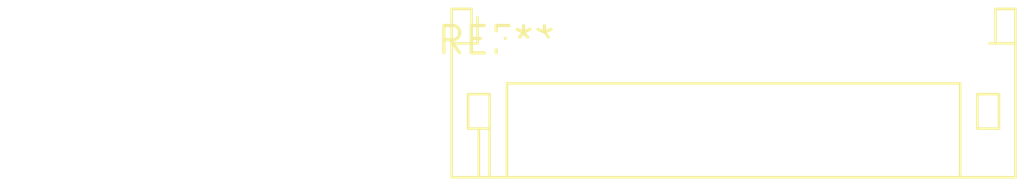
<source format=kicad_pcb>
(kicad_pcb (version 20240108) (generator pcbnew)
  (layers (0 "F.Cu" signal) (31 "B.Cu" signal) (34 "B.Paste" user) (35 "F.Paste" user) (36 "B.SilkS" user "B.Silkscreen") (37 "F.SilkS" user "F.Silkscreen") (38 "B.Mask" user) (39 "F.Mask" user) (44 "Edge.Cuts" user))
  (net 0 "")
  (footprint "JST_PH_S12B-PH-K_1x12_P2.00mm_Horizontal" (layer "F.Cu") (at 0 0)
    (property "Reference" "REF**")
    (property "Value" "JST_PH_S12B-PH-K_1x12_P2.00mm_Horizontal")
    (fp_line (start -2.06 -1.46) (end -2.06 6.36) (layer "F.SilkS") (stroke (width 0.12)))
    (fp_line (start -2.06 0.14) (end -1.14 0.14) (layer "F.SilkS") (stroke (width 0.12)))
    (fp_line (start -2.06 6.36) (end 24.06 6.36) (layer "F.SilkS") (stroke (width 0.12)))
    (fp_line (start -1.3 2.5) (end -1.3 4.1) (layer "F.SilkS") (stroke (width 0.12)))
    (fp_line (start -1.3 4.1) (end -0.3 4.1) (layer "F.SilkS") (stroke (width 0.12)))
    (fp_line (start -1.14 -1.46) (end -2.06 -1.46) (layer "F.SilkS") (stroke (width 0.12)))
    (fp_line (start -1.14 0.14) (end -1.14 -1.46) (layer "F.SilkS") (stroke (width 0.12)))
    (fp_line (start -0.86 0.14) (end -1.14 0.14) (layer "F.SilkS") (stroke (width 0.12)))
    (fp_line (start -0.86 0.14) (end -0.86 -1.075) (layer "F.SilkS") (stroke (width 0.12)))
    (fp_line (start -0.8 4.1) (end -0.8 6.36) (layer "F.SilkS") (stroke (width 0.12)))
    (fp_line (start -0.3 2.5) (end -1.3 2.5) (layer "F.SilkS") (stroke (width 0.12)))
    (fp_line (start -0.3 4.1) (end -0.3 2.5) (layer "F.SilkS") (stroke (width 0.12)))
    (fp_line (start -0.3 4.1) (end -0.3 6.36) (layer "F.SilkS") (stroke (width 0.12)))
    (fp_line (start 0.5 2) (end 21.5 2) (layer "F.SilkS") (stroke (width 0.12)))
    (fp_line (start 0.5 6.36) (end 0.5 2) (layer "F.SilkS") (stroke (width 0.12)))
    (fp_line (start 21.5 2) (end 21.5 6.36) (layer "F.SilkS") (stroke (width 0.12)))
    (fp_line (start 22.3 2.5) (end 23.3 2.5) (layer "F.SilkS") (stroke (width 0.12)))
    (fp_line (start 22.3 4.1) (end 22.3 2.5) (layer "F.SilkS") (stroke (width 0.12)))
    (fp_line (start 23.14 -1.46) (end 23.14 0.14) (layer "F.SilkS") (stroke (width 0.12)))
    (fp_line (start 23.14 0.14) (end 22.86 0.14) (layer "F.SilkS") (stroke (width 0.12)))
    (fp_line (start 23.3 2.5) (end 23.3 4.1) (layer "F.SilkS") (stroke (width 0.12)))
    (fp_line (start 23.3 4.1) (end 22.3 4.1) (layer "F.SilkS") (stroke (width 0.12)))
    (fp_line (start 24.06 -1.46) (end 23.14 -1.46) (layer "F.SilkS") (stroke (width 0.12)))
    (fp_line (start 24.06 0.14) (end 23.14 0.14) (layer "F.SilkS") (stroke (width 0.12)))
    (fp_line (start 24.06 6.36) (end 24.06 -1.46) (layer "F.SilkS") (stroke (width 0.12)))
    (pad "1" thru_hole roundrect (at 0 0) (size 1.2 1.75) (drill 0.75) (layers *.Cu *.Mask) (remove_unused_layers) (roundrect_rratio 0.208333))
    (pad "2" thru_hole oval (at 2 0) (size 1.2 1.75) (drill 0.75) (layers *.Cu *.Mask) (remove_unused_layers))
    (pad "3" thru_hole oval (at 4 0) (size 1.2 1.75) (drill 0.75) (layers *.Cu *.Mask) (remove_unused_layers))
    (pad "4" thru_hole oval (at 6 0) (size 1.2 1.75) (drill 0.75) (layers *.Cu *.Mask) (remove_unused_layers))
    (pad "5" thru_hole oval (at 8 0) (size 1.2 1.75) (drill 0.75) (layers *.Cu *.Mask) (remove_unused_layers))
    (pad "6" thru_hole oval (at 10 0) (size 1.2 1.75) (drill 0.75) (layers *.Cu *.Mask) (remove_unused_layers))
    (pad "7" thru_hole oval (at 12 0) (size 1.2 1.75) (drill 0.75) (layers *.Cu *.Mask) (remove_unused_layers))
    (pad "8" thru_hole oval (at 14 0) (size 1.2 1.75) (drill 0.75) (layers *.Cu *.Mask) (remove_unused_layers))
    (pad "9" thru_hole oval (at 16 0) (size 1.2 1.75) (drill 0.75) (layers *.Cu *.Mask) (remove_unused_layers))
    (pad "10" thru_hole oval (at 18 0) (size 1.2 1.75) (drill 0.75) (layers *.Cu *.Mask) (remove_unused_layers))
    (pad "11" thru_hole oval (at 20 0) (size 1.2 1.75) (drill 0.75) (layers *.Cu *.Mask) (remove_unused_layers))
    (pad "12" thru_hole oval (at 22 0) (size 1.2 1.75) (drill 0.75) (layers *.Cu *.Mask) (remove_unused_layers))
  )
)
</source>
